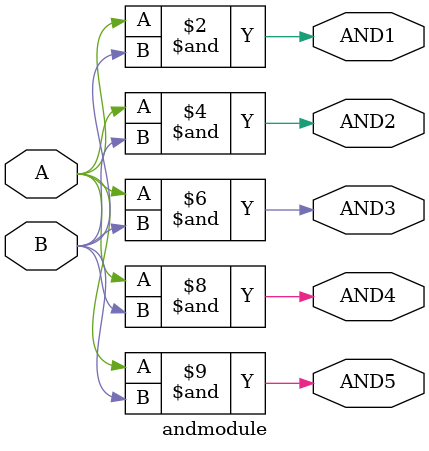
<source format=v>

module andmodule(A, B, AND1, AND2, AND3, AND4, AND5);
input A, B;
output  AND1, AND2, AND3, AND4, AND5;
reg AND1, AND2, AND3, AND4;
always @ (A or B)
		#4 AND1=A&B;
always @ (A or B)
		#4 AND2<=A&B;
always @ (A or B)
		AND3=#4 A&B;
always @ (A or B)
		AND4<=#4 A&B;
assign #4 AND5 = A&B;
endmodule // adder1bit

</source>
